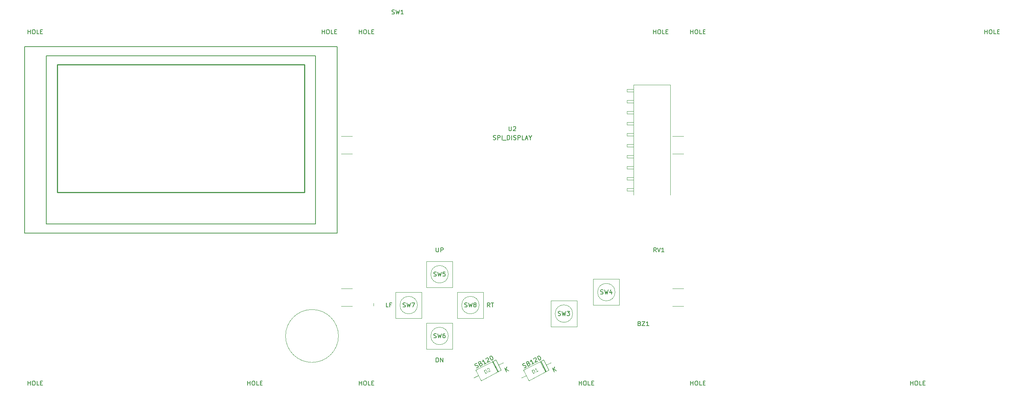
<source format=gbr>
G04 #@! TF.GenerationSoftware,KiCad,Pcbnew,(5.1.9-0-10_14)*
G04 #@! TF.CreationDate,2021-11-21T11:40:05-08:00*
G04 #@! TF.ProjectId,system,73797374-656d-42e6-9b69-6361645f7063,1.0-dev7*
G04 #@! TF.SameCoordinates,Original*
G04 #@! TF.FileFunction,Other,Fab,Top*
%FSLAX46Y46*%
G04 Gerber Fmt 4.6, Leading zero omitted, Abs format (unit mm)*
G04 Created by KiCad (PCBNEW (5.1.9-0-10_14)) date 2021-11-21 11:40:05*
%MOMM*%
%LPD*%
G01*
G04 APERTURE LIST*
%ADD10C,0.100000*%
%ADD11C,0.150000*%
%ADD12C,0.250000*%
%ADD13C,0.200000*%
%ADD14C,0.120000*%
G04 APERTURE END LIST*
D10*
X179165000Y-129286000D02*
X176625000Y-129286000D01*
X179165000Y-133350000D02*
X176625000Y-133350000D01*
X179165000Y-94107000D02*
X176625000Y-94107000D01*
X179165000Y-98171000D02*
X176625000Y-98171000D01*
X100235000Y-98171000D02*
X102775000Y-98171000D01*
X100235000Y-94107000D02*
X102775000Y-94107000D01*
X100235000Y-133350000D02*
X102775000Y-133350000D01*
X100235000Y-129286000D02*
X102775000Y-129286000D01*
X107696000Y-132669000D02*
X107696000Y-133269000D01*
X167636000Y-100076000D02*
X167640000Y-82296000D01*
X176146000Y-82296000D02*
X176146000Y-100076000D01*
X166116000Y-96566000D02*
X167636000Y-96566000D01*
X167636000Y-95966000D02*
X166116000Y-95966000D01*
X166116000Y-95966000D02*
X166116000Y-96566000D01*
X166116000Y-94026000D02*
X167636000Y-94026000D01*
X167636000Y-93426000D02*
X166116000Y-93426000D01*
X166116000Y-93426000D02*
X166116000Y-94026000D01*
X166116000Y-91486000D02*
X167636000Y-91486000D01*
X167636000Y-90886000D02*
X166116000Y-90886000D01*
X166116000Y-90886000D02*
X166116000Y-91486000D01*
X166116000Y-88946000D02*
X167636000Y-88946000D01*
X167636000Y-88346000D02*
X166116000Y-88346000D01*
X166116000Y-88346000D02*
X166116000Y-88946000D01*
X176146000Y-82296000D02*
X167640000Y-82296000D01*
X166116000Y-99106000D02*
X167636000Y-99106000D01*
X167636000Y-98506000D02*
X166116000Y-98506000D01*
X166116000Y-98506000D02*
X166116000Y-99106000D01*
X167636000Y-85806000D02*
X166116000Y-85806000D01*
X166116000Y-86406000D02*
X167636000Y-86406000D01*
X166116000Y-85806000D02*
X166116000Y-86406000D01*
X167636000Y-101046000D02*
X166116000Y-101046000D01*
X166116000Y-101646000D02*
X167636000Y-101646000D01*
X166116000Y-101046000D02*
X166116000Y-101646000D01*
X166116000Y-106126000D02*
X166116000Y-106726000D01*
X176146000Y-100076000D02*
X176146000Y-107696000D01*
X167636000Y-107696000D02*
X167636000Y-101046000D01*
X167640000Y-100076000D02*
X167636000Y-101046000D01*
X166116000Y-106726000D02*
X167636000Y-106726000D01*
X167636000Y-106126000D02*
X166116000Y-106126000D01*
X167636000Y-103586000D02*
X166116000Y-103586000D01*
X166116000Y-103586000D02*
X166116000Y-104186000D01*
X166116000Y-104186000D02*
X167636000Y-104186000D01*
X167636000Y-83266000D02*
X166116000Y-83266000D01*
X166116000Y-83266000D02*
X166116000Y-83866000D01*
X166116000Y-83866000D02*
X167636000Y-83866000D01*
X148140078Y-148097656D02*
X146893356Y-145702727D01*
X146893356Y-145702727D02*
X142280900Y-148103820D01*
X142280900Y-148103820D02*
X143527621Y-150498749D01*
X143527621Y-150498749D02*
X148140078Y-148097656D01*
X148590000Y-146341476D02*
X147516717Y-146900192D01*
X141830977Y-149860000D02*
X142904261Y-149301285D01*
X147448209Y-148457820D02*
X146201488Y-146062891D01*
X147359508Y-148503995D02*
X146112787Y-146109066D01*
X147536910Y-148411646D02*
X146290189Y-146016716D01*
X137119101Y-148097656D02*
X135872379Y-145702727D01*
X135872379Y-145702727D02*
X131259923Y-148103820D01*
X131259923Y-148103820D02*
X132506644Y-150498749D01*
X132506644Y-150498749D02*
X137119101Y-148097656D01*
X137569023Y-146341476D02*
X136495740Y-146900192D01*
X130810000Y-149860000D02*
X131883284Y-149301285D01*
X136427232Y-148457820D02*
X135180511Y-146062891D01*
X136338531Y-148503995D02*
X135091810Y-146109066D01*
X136515933Y-148411646D02*
X135269212Y-146016716D01*
D11*
X27309500Y-73496000D02*
X99309500Y-73496000D01*
X27309500Y-116496000D02*
X99309500Y-116496000D01*
X99309500Y-73496000D02*
X99309500Y-116496000D01*
X27309500Y-73496000D02*
X27309500Y-116496000D01*
D12*
X34809500Y-77596000D02*
X91809500Y-77596000D01*
X34809500Y-107096000D02*
X91809500Y-107096000D01*
D13*
X32309500Y-75596000D02*
X94309500Y-75596000D01*
X32309500Y-75596000D02*
X32309500Y-114396000D01*
X94309500Y-75596000D02*
X94309500Y-114396000D01*
X32309500Y-114396000D02*
X94309500Y-114396000D01*
D12*
X34809500Y-77596000D02*
X34809500Y-107096000D01*
X91809500Y-77596000D02*
X91809500Y-107096000D01*
D14*
X99635500Y-140208000D02*
G75*
G03*
X99635500Y-140208000I-6100000J0D01*
G01*
D10*
X148602000Y-135053000D02*
X148602000Y-132053000D01*
X148602000Y-132053000D02*
X154602000Y-132053000D01*
X154602000Y-132053000D02*
X154602000Y-138053000D01*
X154602000Y-138053000D02*
X148602000Y-138053000D01*
X148602000Y-138053000D02*
X148602000Y-135053000D01*
X153617564Y-135053000D02*
G75*
G03*
X153617564Y-135053000I-2015564J0D01*
G01*
X158381000Y-130100000D02*
X158381000Y-127100000D01*
X158381000Y-127100000D02*
X164381000Y-127100000D01*
X164381000Y-127100000D02*
X164381000Y-133100000D01*
X164381000Y-133100000D02*
X158381000Y-133100000D01*
X158381000Y-133100000D02*
X158381000Y-130100000D01*
X163396564Y-130100000D02*
G75*
G03*
X163396564Y-130100000I-2015564J0D01*
G01*
X119936000Y-125984000D02*
X119936000Y-122984000D01*
X119936000Y-122984000D02*
X125936000Y-122984000D01*
X125936000Y-122984000D02*
X125936000Y-128984000D01*
X125936000Y-128984000D02*
X119936000Y-128984000D01*
X119936000Y-128984000D02*
X119936000Y-125984000D01*
X124951564Y-125984000D02*
G75*
G03*
X124951564Y-125984000I-2015564J0D01*
G01*
X125936000Y-140208000D02*
X125936000Y-143208000D01*
X125936000Y-143208000D02*
X119936000Y-143208000D01*
X119936000Y-143208000D02*
X119936000Y-137208000D01*
X119936000Y-137208000D02*
X125936000Y-137208000D01*
X125936000Y-137208000D02*
X125936000Y-140208000D01*
X124951564Y-140208000D02*
G75*
G03*
X124951564Y-140208000I-2015564J0D01*
G01*
X112824000Y-133096000D02*
X112824000Y-130096000D01*
X112824000Y-130096000D02*
X118824000Y-130096000D01*
X118824000Y-130096000D02*
X118824000Y-136096000D01*
X118824000Y-136096000D02*
X112824000Y-136096000D01*
X112824000Y-136096000D02*
X112824000Y-133096000D01*
X117839564Y-133096000D02*
G75*
G03*
X117839564Y-133096000I-2015564J0D01*
G01*
X133048000Y-133096000D02*
X133048000Y-136096000D01*
X133048000Y-136096000D02*
X127048000Y-136096000D01*
X127048000Y-136096000D02*
X127048000Y-130096000D01*
X127048000Y-130096000D02*
X133048000Y-130096000D01*
X133048000Y-130096000D02*
X133048000Y-133096000D01*
X132063564Y-133096000D02*
G75*
G03*
X132063564Y-133096000I-2015564J0D01*
G01*
D11*
X142454384Y-147601746D02*
X142603088Y-147578021D01*
X142814281Y-147468080D01*
X142876770Y-147381866D01*
X142897021Y-147317639D01*
X142895284Y-147211174D01*
X142851308Y-147126697D01*
X142765093Y-147064207D01*
X142700866Y-147043957D01*
X142594401Y-147045694D01*
X142403458Y-147091408D01*
X142296993Y-147093145D01*
X142232767Y-147072895D01*
X142146552Y-147010405D01*
X142102576Y-146925928D01*
X142100838Y-146819463D01*
X142121089Y-146755236D01*
X142183578Y-146669022D01*
X142394771Y-146559082D01*
X142543475Y-146535356D01*
X143417185Y-146563695D02*
X143565889Y-146539970D01*
X143630116Y-146560220D01*
X143716330Y-146622709D01*
X143782294Y-146749425D01*
X143784032Y-146855891D01*
X143763781Y-146920117D01*
X143701292Y-147006332D01*
X143363383Y-147182236D01*
X142901635Y-146295225D01*
X143197305Y-146141309D01*
X143303770Y-146139572D01*
X143367997Y-146159822D01*
X143454211Y-146222311D01*
X143498187Y-146306789D01*
X143499925Y-146413254D01*
X143479674Y-146477480D01*
X143417185Y-146563695D01*
X143121515Y-146717611D01*
X144715019Y-146478619D02*
X144208155Y-146742475D01*
X144461587Y-146610547D02*
X143999838Y-145723536D01*
X143981325Y-145894228D01*
X143940824Y-146022682D01*
X143878335Y-146108896D01*
X144635155Y-145500181D02*
X144655406Y-145435955D01*
X144717895Y-145349740D01*
X144929088Y-145239800D01*
X145035553Y-145238062D01*
X145099780Y-145258313D01*
X145185994Y-145320802D01*
X145229971Y-145405279D01*
X145253696Y-145553983D01*
X145010689Y-146324703D01*
X145559791Y-146038859D01*
X145647144Y-144866003D02*
X145731622Y-144822027D01*
X145838087Y-144820290D01*
X145902313Y-144840540D01*
X145988528Y-144903030D01*
X146118719Y-145049996D01*
X146228659Y-145261189D01*
X146274372Y-145452132D01*
X146276110Y-145558597D01*
X146255859Y-145622823D01*
X146193370Y-145709038D01*
X146108893Y-145753014D01*
X146002428Y-145754752D01*
X145938201Y-145734501D01*
X145851986Y-145672012D01*
X145721796Y-145525045D01*
X145611855Y-145313852D01*
X145566142Y-145122910D01*
X145564405Y-145016445D01*
X145584655Y-144952218D01*
X145647144Y-144866003D01*
X149397721Y-148460295D02*
X148935973Y-147573285D01*
X149904585Y-148196439D02*
X149260581Y-147887468D01*
X149442836Y-147309428D02*
X149199829Y-148080148D01*
D14*
X144587735Y-148832928D02*
X144218336Y-148123319D01*
X144387290Y-148035367D01*
X144506253Y-148016386D01*
X144609016Y-148048787D01*
X144677988Y-148098779D01*
X144782140Y-148216352D01*
X144834912Y-148317724D01*
X144871482Y-148470478D01*
X144872872Y-148555651D01*
X144840471Y-148658413D01*
X144756689Y-148744975D01*
X144587735Y-148832928D01*
X145669043Y-148270034D02*
X145263553Y-148481119D01*
X145466298Y-148375576D02*
X145096899Y-147665968D01*
X145082088Y-147802521D01*
X145049688Y-147905284D01*
X144999696Y-147974256D01*
D11*
X131433407Y-147601746D02*
X131582111Y-147578021D01*
X131793304Y-147468080D01*
X131855793Y-147381866D01*
X131876044Y-147317639D01*
X131874307Y-147211174D01*
X131830331Y-147126697D01*
X131744116Y-147064207D01*
X131679889Y-147043957D01*
X131573424Y-147045694D01*
X131382481Y-147091408D01*
X131276016Y-147093145D01*
X131211790Y-147072895D01*
X131125575Y-147010405D01*
X131081599Y-146925928D01*
X131079861Y-146819463D01*
X131100112Y-146755236D01*
X131162601Y-146669022D01*
X131373794Y-146559082D01*
X131522498Y-146535356D01*
X132396208Y-146563695D02*
X132544912Y-146539970D01*
X132609139Y-146560220D01*
X132695353Y-146622709D01*
X132761317Y-146749425D01*
X132763055Y-146855891D01*
X132742804Y-146920117D01*
X132680315Y-147006332D01*
X132342406Y-147182236D01*
X131880658Y-146295225D01*
X132176328Y-146141309D01*
X132282793Y-146139572D01*
X132347020Y-146159822D01*
X132433234Y-146222311D01*
X132477210Y-146306789D01*
X132478948Y-146413254D01*
X132458697Y-146477480D01*
X132396208Y-146563695D01*
X132100538Y-146717611D01*
X133694042Y-146478619D02*
X133187178Y-146742475D01*
X133440610Y-146610547D02*
X132978861Y-145723536D01*
X132960348Y-145894228D01*
X132919847Y-146022682D01*
X132857358Y-146108896D01*
X133614178Y-145500181D02*
X133634429Y-145435955D01*
X133696918Y-145349740D01*
X133908111Y-145239800D01*
X134014576Y-145238062D01*
X134078803Y-145258313D01*
X134165017Y-145320802D01*
X134208994Y-145405279D01*
X134232719Y-145553983D01*
X133989712Y-146324703D01*
X134538814Y-146038859D01*
X134626167Y-144866003D02*
X134710645Y-144822027D01*
X134817110Y-144820290D01*
X134881336Y-144840540D01*
X134967551Y-144903030D01*
X135097742Y-145049996D01*
X135207682Y-145261189D01*
X135253395Y-145452132D01*
X135255133Y-145558597D01*
X135234882Y-145622823D01*
X135172393Y-145709038D01*
X135087916Y-145753014D01*
X134981451Y-145754752D01*
X134917224Y-145734501D01*
X134831009Y-145672012D01*
X134700819Y-145525045D01*
X134590878Y-145313852D01*
X134545165Y-145122910D01*
X134543428Y-145016445D01*
X134563678Y-144952218D01*
X134626167Y-144866003D01*
X138376744Y-148460295D02*
X137914996Y-147573285D01*
X138883608Y-148196439D02*
X138239604Y-147887468D01*
X138421859Y-147309428D02*
X138178852Y-148080148D01*
D14*
X133566758Y-148832928D02*
X133197359Y-148123319D01*
X133366313Y-148035367D01*
X133485276Y-148016386D01*
X133588039Y-148048787D01*
X133657011Y-148098779D01*
X133761163Y-148216352D01*
X133813935Y-148317724D01*
X133850505Y-148470478D01*
X133851895Y-148555651D01*
X133819494Y-148658413D01*
X133735712Y-148744975D01*
X133566758Y-148832928D01*
X133908357Y-147839092D02*
X133924558Y-147787711D01*
X133974549Y-147718739D01*
X134143504Y-147630787D01*
X134228676Y-147629397D01*
X134280057Y-147645597D01*
X134349029Y-147695589D01*
X134384210Y-147763171D01*
X134403190Y-147882134D01*
X134208785Y-148498709D01*
X134648066Y-148270034D01*
D11*
X138938095Y-91908380D02*
X138938095Y-92717904D01*
X138985714Y-92813142D01*
X139033333Y-92860761D01*
X139128571Y-92908380D01*
X139319047Y-92908380D01*
X139414285Y-92860761D01*
X139461904Y-92813142D01*
X139509523Y-92717904D01*
X139509523Y-91908380D01*
X139938095Y-92003619D02*
X139985714Y-91956000D01*
X140080952Y-91908380D01*
X140319047Y-91908380D01*
X140414285Y-91956000D01*
X140461904Y-92003619D01*
X140509523Y-92098857D01*
X140509523Y-92194095D01*
X140461904Y-92336952D01*
X139890476Y-92908380D01*
X140509523Y-92908380D01*
X135319047Y-94900761D02*
X135461904Y-94948380D01*
X135700000Y-94948380D01*
X135795238Y-94900761D01*
X135842857Y-94853142D01*
X135890476Y-94757904D01*
X135890476Y-94662666D01*
X135842857Y-94567428D01*
X135795238Y-94519809D01*
X135700000Y-94472190D01*
X135509523Y-94424571D01*
X135414285Y-94376952D01*
X135366666Y-94329333D01*
X135319047Y-94234095D01*
X135319047Y-94138857D01*
X135366666Y-94043619D01*
X135414285Y-93996000D01*
X135509523Y-93948380D01*
X135747619Y-93948380D01*
X135890476Y-93996000D01*
X136319047Y-94948380D02*
X136319047Y-93948380D01*
X136700000Y-93948380D01*
X136795238Y-93996000D01*
X136842857Y-94043619D01*
X136890476Y-94138857D01*
X136890476Y-94281714D01*
X136842857Y-94376952D01*
X136795238Y-94424571D01*
X136700000Y-94472190D01*
X136319047Y-94472190D01*
X137319047Y-94948380D02*
X137319047Y-93948380D01*
X137557142Y-95043619D02*
X138319047Y-95043619D01*
X138557142Y-94948380D02*
X138557142Y-93948380D01*
X138795238Y-93948380D01*
X138938095Y-93996000D01*
X139033333Y-94091238D01*
X139080952Y-94186476D01*
X139128571Y-94376952D01*
X139128571Y-94519809D01*
X139080952Y-94710285D01*
X139033333Y-94805523D01*
X138938095Y-94900761D01*
X138795238Y-94948380D01*
X138557142Y-94948380D01*
X139557142Y-94948380D02*
X139557142Y-93948380D01*
X139985714Y-94900761D02*
X140128571Y-94948380D01*
X140366666Y-94948380D01*
X140461904Y-94900761D01*
X140509523Y-94853142D01*
X140557142Y-94757904D01*
X140557142Y-94662666D01*
X140509523Y-94567428D01*
X140461904Y-94519809D01*
X140366666Y-94472190D01*
X140176190Y-94424571D01*
X140080952Y-94376952D01*
X140033333Y-94329333D01*
X139985714Y-94234095D01*
X139985714Y-94138857D01*
X140033333Y-94043619D01*
X140080952Y-93996000D01*
X140176190Y-93948380D01*
X140414285Y-93948380D01*
X140557142Y-93996000D01*
X140985714Y-94948380D02*
X140985714Y-93948380D01*
X141366666Y-93948380D01*
X141461904Y-93996000D01*
X141509523Y-94043619D01*
X141557142Y-94138857D01*
X141557142Y-94281714D01*
X141509523Y-94376952D01*
X141461904Y-94424571D01*
X141366666Y-94472190D01*
X140985714Y-94472190D01*
X142461904Y-94948380D02*
X141985714Y-94948380D01*
X141985714Y-93948380D01*
X142747619Y-94662666D02*
X143223809Y-94662666D01*
X142652380Y-94948380D02*
X142985714Y-93948380D01*
X143319047Y-94948380D01*
X143842857Y-94472190D02*
X143842857Y-94948380D01*
X143509523Y-93948380D02*
X143842857Y-94472190D01*
X144176190Y-93948380D01*
X150268666Y-135457761D02*
X150411523Y-135505380D01*
X150649619Y-135505380D01*
X150744857Y-135457761D01*
X150792476Y-135410142D01*
X150840095Y-135314904D01*
X150840095Y-135219666D01*
X150792476Y-135124428D01*
X150744857Y-135076809D01*
X150649619Y-135029190D01*
X150459142Y-134981571D01*
X150363904Y-134933952D01*
X150316285Y-134886333D01*
X150268666Y-134791095D01*
X150268666Y-134695857D01*
X150316285Y-134600619D01*
X150363904Y-134553000D01*
X150459142Y-134505380D01*
X150697238Y-134505380D01*
X150840095Y-134553000D01*
X151173428Y-134505380D02*
X151411523Y-135505380D01*
X151602000Y-134791095D01*
X151792476Y-135505380D01*
X152030571Y-134505380D01*
X152316285Y-134505380D02*
X152935333Y-134505380D01*
X152602000Y-134886333D01*
X152744857Y-134886333D01*
X152840095Y-134933952D01*
X152887714Y-134981571D01*
X152935333Y-135076809D01*
X152935333Y-135314904D01*
X152887714Y-135410142D01*
X152840095Y-135457761D01*
X152744857Y-135505380D01*
X152459142Y-135505380D01*
X152363904Y-135457761D01*
X152316285Y-135410142D01*
X160047666Y-130504761D02*
X160190523Y-130552380D01*
X160428619Y-130552380D01*
X160523857Y-130504761D01*
X160571476Y-130457142D01*
X160619095Y-130361904D01*
X160619095Y-130266666D01*
X160571476Y-130171428D01*
X160523857Y-130123809D01*
X160428619Y-130076190D01*
X160238142Y-130028571D01*
X160142904Y-129980952D01*
X160095285Y-129933333D01*
X160047666Y-129838095D01*
X160047666Y-129742857D01*
X160095285Y-129647619D01*
X160142904Y-129600000D01*
X160238142Y-129552380D01*
X160476238Y-129552380D01*
X160619095Y-129600000D01*
X160952428Y-129552380D02*
X161190523Y-130552380D01*
X161381000Y-129838095D01*
X161571476Y-130552380D01*
X161809571Y-129552380D01*
X162619095Y-129885714D02*
X162619095Y-130552380D01*
X162381000Y-129504761D02*
X162142904Y-130219047D01*
X162761952Y-130219047D01*
X122150285Y-119848380D02*
X122150285Y-120657904D01*
X122197904Y-120753142D01*
X122245523Y-120800761D01*
X122340761Y-120848380D01*
X122531238Y-120848380D01*
X122626476Y-120800761D01*
X122674095Y-120753142D01*
X122721714Y-120657904D01*
X122721714Y-119848380D01*
X123197904Y-120848380D02*
X123197904Y-119848380D01*
X123578857Y-119848380D01*
X123674095Y-119896000D01*
X123721714Y-119943619D01*
X123769333Y-120038857D01*
X123769333Y-120181714D01*
X123721714Y-120276952D01*
X123674095Y-120324571D01*
X123578857Y-120372190D01*
X123197904Y-120372190D01*
X121602666Y-126388761D02*
X121745523Y-126436380D01*
X121983619Y-126436380D01*
X122078857Y-126388761D01*
X122126476Y-126341142D01*
X122174095Y-126245904D01*
X122174095Y-126150666D01*
X122126476Y-126055428D01*
X122078857Y-126007809D01*
X121983619Y-125960190D01*
X121793142Y-125912571D01*
X121697904Y-125864952D01*
X121650285Y-125817333D01*
X121602666Y-125722095D01*
X121602666Y-125626857D01*
X121650285Y-125531619D01*
X121697904Y-125484000D01*
X121793142Y-125436380D01*
X122031238Y-125436380D01*
X122174095Y-125484000D01*
X122507428Y-125436380D02*
X122745523Y-126436380D01*
X122936000Y-125722095D01*
X123126476Y-126436380D01*
X123364571Y-125436380D01*
X124221714Y-125436380D02*
X123745523Y-125436380D01*
X123697904Y-125912571D01*
X123745523Y-125864952D01*
X123840761Y-125817333D01*
X124078857Y-125817333D01*
X124174095Y-125864952D01*
X124221714Y-125912571D01*
X124269333Y-126007809D01*
X124269333Y-126245904D01*
X124221714Y-126341142D01*
X124174095Y-126388761D01*
X124078857Y-126436380D01*
X123840761Y-126436380D01*
X123745523Y-126388761D01*
X123697904Y-126341142D01*
X122150285Y-146248380D02*
X122150285Y-145248380D01*
X122388380Y-145248380D01*
X122531238Y-145296000D01*
X122626476Y-145391238D01*
X122674095Y-145486476D01*
X122721714Y-145676952D01*
X122721714Y-145819809D01*
X122674095Y-146010285D01*
X122626476Y-146105523D01*
X122531238Y-146200761D01*
X122388380Y-146248380D01*
X122150285Y-146248380D01*
X123150285Y-146248380D02*
X123150285Y-145248380D01*
X123721714Y-146248380D01*
X123721714Y-145248380D01*
X121602666Y-140612761D02*
X121745523Y-140660380D01*
X121983619Y-140660380D01*
X122078857Y-140612761D01*
X122126476Y-140565142D01*
X122174095Y-140469904D01*
X122174095Y-140374666D01*
X122126476Y-140279428D01*
X122078857Y-140231809D01*
X121983619Y-140184190D01*
X121793142Y-140136571D01*
X121697904Y-140088952D01*
X121650285Y-140041333D01*
X121602666Y-139946095D01*
X121602666Y-139850857D01*
X121650285Y-139755619D01*
X121697904Y-139708000D01*
X121793142Y-139660380D01*
X122031238Y-139660380D01*
X122174095Y-139708000D01*
X122507428Y-139660380D02*
X122745523Y-140660380D01*
X122936000Y-139946095D01*
X123126476Y-140660380D01*
X123364571Y-139660380D01*
X124174095Y-139660380D02*
X123983619Y-139660380D01*
X123888380Y-139708000D01*
X123840761Y-139755619D01*
X123745523Y-139898476D01*
X123697904Y-140088952D01*
X123697904Y-140469904D01*
X123745523Y-140565142D01*
X123793142Y-140612761D01*
X123888380Y-140660380D01*
X124078857Y-140660380D01*
X124174095Y-140612761D01*
X124221714Y-140565142D01*
X124269333Y-140469904D01*
X124269333Y-140231809D01*
X124221714Y-140136571D01*
X124174095Y-140088952D01*
X124078857Y-140041333D01*
X123888380Y-140041333D01*
X123793142Y-140088952D01*
X123745523Y-140136571D01*
X123697904Y-140231809D01*
X111132952Y-133548380D02*
X110656761Y-133548380D01*
X110656761Y-132548380D01*
X111799619Y-133024571D02*
X111466285Y-133024571D01*
X111466285Y-133548380D02*
X111466285Y-132548380D01*
X111942476Y-132548380D01*
X114490666Y-133500761D02*
X114633523Y-133548380D01*
X114871619Y-133548380D01*
X114966857Y-133500761D01*
X115014476Y-133453142D01*
X115062095Y-133357904D01*
X115062095Y-133262666D01*
X115014476Y-133167428D01*
X114966857Y-133119809D01*
X114871619Y-133072190D01*
X114681142Y-133024571D01*
X114585904Y-132976952D01*
X114538285Y-132929333D01*
X114490666Y-132834095D01*
X114490666Y-132738857D01*
X114538285Y-132643619D01*
X114585904Y-132596000D01*
X114681142Y-132548380D01*
X114919238Y-132548380D01*
X115062095Y-132596000D01*
X115395428Y-132548380D02*
X115633523Y-133548380D01*
X115824000Y-132834095D01*
X116014476Y-133548380D01*
X116252571Y-132548380D01*
X116538285Y-132548380D02*
X117204952Y-132548380D01*
X116776380Y-133548380D01*
X134548571Y-133548380D02*
X134215238Y-133072190D01*
X133977142Y-133548380D02*
X133977142Y-132548380D01*
X134358095Y-132548380D01*
X134453333Y-132596000D01*
X134500952Y-132643619D01*
X134548571Y-132738857D01*
X134548571Y-132881714D01*
X134500952Y-132976952D01*
X134453333Y-133024571D01*
X134358095Y-133072190D01*
X133977142Y-133072190D01*
X134834285Y-132548380D02*
X135405714Y-132548380D01*
X135120000Y-133548380D02*
X135120000Y-132548380D01*
X128714666Y-133500761D02*
X128857523Y-133548380D01*
X129095619Y-133548380D01*
X129190857Y-133500761D01*
X129238476Y-133453142D01*
X129286095Y-133357904D01*
X129286095Y-133262666D01*
X129238476Y-133167428D01*
X129190857Y-133119809D01*
X129095619Y-133072190D01*
X128905142Y-133024571D01*
X128809904Y-132976952D01*
X128762285Y-132929333D01*
X128714666Y-132834095D01*
X128714666Y-132738857D01*
X128762285Y-132643619D01*
X128809904Y-132596000D01*
X128905142Y-132548380D01*
X129143238Y-132548380D01*
X129286095Y-132596000D01*
X129619428Y-132548380D02*
X129857523Y-133548380D01*
X130048000Y-132834095D01*
X130238476Y-133548380D01*
X130476571Y-132548380D01*
X131000380Y-132976952D02*
X130905142Y-132929333D01*
X130857523Y-132881714D01*
X130809904Y-132786476D01*
X130809904Y-132738857D01*
X130857523Y-132643619D01*
X130905142Y-132596000D01*
X131000380Y-132548380D01*
X131190857Y-132548380D01*
X131286095Y-132596000D01*
X131333714Y-132643619D01*
X131381333Y-132738857D01*
X131381333Y-132786476D01*
X131333714Y-132881714D01*
X131286095Y-132929333D01*
X131190857Y-132976952D01*
X131000380Y-132976952D01*
X130905142Y-133024571D01*
X130857523Y-133072190D01*
X130809904Y-133167428D01*
X130809904Y-133357904D01*
X130857523Y-133453142D01*
X130905142Y-133500761D01*
X131000380Y-133548380D01*
X131190857Y-133548380D01*
X131286095Y-133500761D01*
X131333714Y-133453142D01*
X131381333Y-133357904D01*
X131381333Y-133167428D01*
X131333714Y-133072190D01*
X131286095Y-133024571D01*
X131190857Y-132976952D01*
X248632833Y-70556380D02*
X248632833Y-69556380D01*
X248632833Y-70032571D02*
X249204261Y-70032571D01*
X249204261Y-70556380D02*
X249204261Y-69556380D01*
X249870928Y-69556380D02*
X250061404Y-69556380D01*
X250156642Y-69604000D01*
X250251880Y-69699238D01*
X250299500Y-69889714D01*
X250299500Y-70223047D01*
X250251880Y-70413523D01*
X250156642Y-70508761D01*
X250061404Y-70556380D01*
X249870928Y-70556380D01*
X249775690Y-70508761D01*
X249680452Y-70413523D01*
X249632833Y-70223047D01*
X249632833Y-69889714D01*
X249680452Y-69699238D01*
X249775690Y-69604000D01*
X249870928Y-69556380D01*
X251204261Y-70556380D02*
X250728071Y-70556380D01*
X250728071Y-69556380D01*
X251537595Y-70032571D02*
X251870928Y-70032571D01*
X252013785Y-70556380D02*
X251537595Y-70556380D01*
X251537595Y-69556380D01*
X252013785Y-69556380D01*
X231487833Y-151582380D02*
X231487833Y-150582380D01*
X231487833Y-151058571D02*
X232059261Y-151058571D01*
X232059261Y-151582380D02*
X232059261Y-150582380D01*
X232725928Y-150582380D02*
X232916404Y-150582380D01*
X233011642Y-150630000D01*
X233106880Y-150725238D01*
X233154500Y-150915714D01*
X233154500Y-151249047D01*
X233106880Y-151439523D01*
X233011642Y-151534761D01*
X232916404Y-151582380D01*
X232725928Y-151582380D01*
X232630690Y-151534761D01*
X232535452Y-151439523D01*
X232487833Y-151249047D01*
X232487833Y-150915714D01*
X232535452Y-150725238D01*
X232630690Y-150630000D01*
X232725928Y-150582380D01*
X234059261Y-151582380D02*
X233583071Y-151582380D01*
X233583071Y-150582380D01*
X234392595Y-151058571D02*
X234725928Y-151058571D01*
X234868785Y-151582380D02*
X234392595Y-151582380D01*
X234392595Y-150582380D01*
X234868785Y-150582380D01*
X180814833Y-70556380D02*
X180814833Y-69556380D01*
X180814833Y-70032571D02*
X181386261Y-70032571D01*
X181386261Y-70556380D02*
X181386261Y-69556380D01*
X182052928Y-69556380D02*
X182243404Y-69556380D01*
X182338642Y-69604000D01*
X182433880Y-69699238D01*
X182481500Y-69889714D01*
X182481500Y-70223047D01*
X182433880Y-70413523D01*
X182338642Y-70508761D01*
X182243404Y-70556380D01*
X182052928Y-70556380D01*
X181957690Y-70508761D01*
X181862452Y-70413523D01*
X181814833Y-70223047D01*
X181814833Y-69889714D01*
X181862452Y-69699238D01*
X181957690Y-69604000D01*
X182052928Y-69556380D01*
X183386261Y-70556380D02*
X182910071Y-70556380D01*
X182910071Y-69556380D01*
X183719595Y-70032571D02*
X184052928Y-70032571D01*
X184195785Y-70556380D02*
X183719595Y-70556380D01*
X183719595Y-69556380D01*
X184195785Y-69556380D01*
X180814833Y-151582380D02*
X180814833Y-150582380D01*
X180814833Y-151058571D02*
X181386261Y-151058571D01*
X181386261Y-151582380D02*
X181386261Y-150582380D01*
X182052928Y-150582380D02*
X182243404Y-150582380D01*
X182338642Y-150630000D01*
X182433880Y-150725238D01*
X182481500Y-150915714D01*
X182481500Y-151249047D01*
X182433880Y-151439523D01*
X182338642Y-151534761D01*
X182243404Y-151582380D01*
X182052928Y-151582380D01*
X181957690Y-151534761D01*
X181862452Y-151439523D01*
X181814833Y-151249047D01*
X181814833Y-150915714D01*
X181862452Y-150725238D01*
X181957690Y-150630000D01*
X182052928Y-150582380D01*
X183386261Y-151582380D02*
X182910071Y-151582380D01*
X182910071Y-150582380D01*
X183719595Y-151058571D02*
X184052928Y-151058571D01*
X184195785Y-151582380D02*
X183719595Y-151582380D01*
X183719595Y-150582380D01*
X184195785Y-150582380D01*
X172886761Y-120848380D02*
X172553428Y-120372190D01*
X172315333Y-120848380D02*
X172315333Y-119848380D01*
X172696285Y-119848380D01*
X172791523Y-119896000D01*
X172839142Y-119943619D01*
X172886761Y-120038857D01*
X172886761Y-120181714D01*
X172839142Y-120276952D01*
X172791523Y-120324571D01*
X172696285Y-120372190D01*
X172315333Y-120372190D01*
X173172476Y-119848380D02*
X173505809Y-120848380D01*
X173839142Y-119848380D01*
X174696285Y-120848380D02*
X174124857Y-120848380D01*
X174410571Y-120848380D02*
X174410571Y-119848380D01*
X174315333Y-119991238D01*
X174220095Y-120086476D01*
X174124857Y-120134095D01*
X95851833Y-70556380D02*
X95851833Y-69556380D01*
X95851833Y-70032571D02*
X96423261Y-70032571D01*
X96423261Y-70556380D02*
X96423261Y-69556380D01*
X97089928Y-69556380D02*
X97280404Y-69556380D01*
X97375642Y-69604000D01*
X97470880Y-69699238D01*
X97518500Y-69889714D01*
X97518500Y-70223047D01*
X97470880Y-70413523D01*
X97375642Y-70508761D01*
X97280404Y-70556380D01*
X97089928Y-70556380D01*
X96994690Y-70508761D01*
X96899452Y-70413523D01*
X96851833Y-70223047D01*
X96851833Y-69889714D01*
X96899452Y-69699238D01*
X96994690Y-69604000D01*
X97089928Y-69556380D01*
X98423261Y-70556380D02*
X97947071Y-70556380D01*
X97947071Y-69556380D01*
X98756595Y-70032571D02*
X99089928Y-70032571D01*
X99232785Y-70556380D02*
X98756595Y-70556380D01*
X98756595Y-69556380D01*
X99232785Y-69556380D01*
X78706833Y-151582380D02*
X78706833Y-150582380D01*
X78706833Y-151058571D02*
X79278261Y-151058571D01*
X79278261Y-151582380D02*
X79278261Y-150582380D01*
X79944928Y-150582380D02*
X80135404Y-150582380D01*
X80230642Y-150630000D01*
X80325880Y-150725238D01*
X80373500Y-150915714D01*
X80373500Y-151249047D01*
X80325880Y-151439523D01*
X80230642Y-151534761D01*
X80135404Y-151582380D01*
X79944928Y-151582380D01*
X79849690Y-151534761D01*
X79754452Y-151439523D01*
X79706833Y-151249047D01*
X79706833Y-150915714D01*
X79754452Y-150725238D01*
X79849690Y-150630000D01*
X79944928Y-150582380D01*
X81278261Y-151582380D02*
X80802071Y-151582380D01*
X80802071Y-150582380D01*
X81611595Y-151058571D02*
X81944928Y-151058571D01*
X82087785Y-151582380D02*
X81611595Y-151582380D01*
X81611595Y-150582380D01*
X82087785Y-150582380D01*
X28033833Y-70556380D02*
X28033833Y-69556380D01*
X28033833Y-70032571D02*
X28605261Y-70032571D01*
X28605261Y-70556380D02*
X28605261Y-69556380D01*
X29271928Y-69556380D02*
X29462404Y-69556380D01*
X29557642Y-69604000D01*
X29652880Y-69699238D01*
X29700500Y-69889714D01*
X29700500Y-70223047D01*
X29652880Y-70413523D01*
X29557642Y-70508761D01*
X29462404Y-70556380D01*
X29271928Y-70556380D01*
X29176690Y-70508761D01*
X29081452Y-70413523D01*
X29033833Y-70223047D01*
X29033833Y-69889714D01*
X29081452Y-69699238D01*
X29176690Y-69604000D01*
X29271928Y-69556380D01*
X30605261Y-70556380D02*
X30129071Y-70556380D01*
X30129071Y-69556380D01*
X30938595Y-70032571D02*
X31271928Y-70032571D01*
X31414785Y-70556380D02*
X30938595Y-70556380D01*
X30938595Y-69556380D01*
X31414785Y-69556380D01*
X28033833Y-151582380D02*
X28033833Y-150582380D01*
X28033833Y-151058571D02*
X28605261Y-151058571D01*
X28605261Y-151582380D02*
X28605261Y-150582380D01*
X29271928Y-150582380D02*
X29462404Y-150582380D01*
X29557642Y-150630000D01*
X29652880Y-150725238D01*
X29700500Y-150915714D01*
X29700500Y-151249047D01*
X29652880Y-151439523D01*
X29557642Y-151534761D01*
X29462404Y-151582380D01*
X29271928Y-151582380D01*
X29176690Y-151534761D01*
X29081452Y-151439523D01*
X29033833Y-151249047D01*
X29033833Y-150915714D01*
X29081452Y-150725238D01*
X29176690Y-150630000D01*
X29271928Y-150582380D01*
X30605261Y-151582380D02*
X30129071Y-151582380D01*
X30129071Y-150582380D01*
X30938595Y-151058571D02*
X31271928Y-151058571D01*
X31414785Y-151582380D02*
X30938595Y-151582380D01*
X30938595Y-150582380D01*
X31414785Y-150582380D01*
X104424333Y-151582380D02*
X104424333Y-150582380D01*
X104424333Y-151058571D02*
X104995761Y-151058571D01*
X104995761Y-151582380D02*
X104995761Y-150582380D01*
X105662428Y-150582380D02*
X105852904Y-150582380D01*
X105948142Y-150630000D01*
X106043380Y-150725238D01*
X106091000Y-150915714D01*
X106091000Y-151249047D01*
X106043380Y-151439523D01*
X105948142Y-151534761D01*
X105852904Y-151582380D01*
X105662428Y-151582380D01*
X105567190Y-151534761D01*
X105471952Y-151439523D01*
X105424333Y-151249047D01*
X105424333Y-150915714D01*
X105471952Y-150725238D01*
X105567190Y-150630000D01*
X105662428Y-150582380D01*
X106995761Y-151582380D02*
X106519571Y-151582380D01*
X106519571Y-150582380D01*
X107329095Y-151058571D02*
X107662428Y-151058571D01*
X107805285Y-151582380D02*
X107329095Y-151582380D01*
X107329095Y-150582380D01*
X107805285Y-150582380D01*
X104424333Y-70556380D02*
X104424333Y-69556380D01*
X104424333Y-70032571D02*
X104995761Y-70032571D01*
X104995761Y-70556380D02*
X104995761Y-69556380D01*
X105662428Y-69556380D02*
X105852904Y-69556380D01*
X105948142Y-69604000D01*
X106043380Y-69699238D01*
X106091000Y-69889714D01*
X106091000Y-70223047D01*
X106043380Y-70413523D01*
X105948142Y-70508761D01*
X105852904Y-70556380D01*
X105662428Y-70556380D01*
X105567190Y-70508761D01*
X105471952Y-70413523D01*
X105424333Y-70223047D01*
X105424333Y-69889714D01*
X105471952Y-69699238D01*
X105567190Y-69604000D01*
X105662428Y-69556380D01*
X106995761Y-70556380D02*
X106519571Y-70556380D01*
X106519571Y-69556380D01*
X107329095Y-70032571D02*
X107662428Y-70032571D01*
X107805285Y-70556380D02*
X107329095Y-70556380D01*
X107329095Y-69556380D01*
X107805285Y-69556380D01*
X155097333Y-151582380D02*
X155097333Y-150582380D01*
X155097333Y-151058571D02*
X155668761Y-151058571D01*
X155668761Y-151582380D02*
X155668761Y-150582380D01*
X156335428Y-150582380D02*
X156525904Y-150582380D01*
X156621142Y-150630000D01*
X156716380Y-150725238D01*
X156764000Y-150915714D01*
X156764000Y-151249047D01*
X156716380Y-151439523D01*
X156621142Y-151534761D01*
X156525904Y-151582380D01*
X156335428Y-151582380D01*
X156240190Y-151534761D01*
X156144952Y-151439523D01*
X156097333Y-151249047D01*
X156097333Y-150915714D01*
X156144952Y-150725238D01*
X156240190Y-150630000D01*
X156335428Y-150582380D01*
X157668761Y-151582380D02*
X157192571Y-151582380D01*
X157192571Y-150582380D01*
X158002095Y-151058571D02*
X158335428Y-151058571D01*
X158478285Y-151582380D02*
X158002095Y-151582380D01*
X158002095Y-150582380D01*
X158478285Y-150582380D01*
X172242333Y-70556380D02*
X172242333Y-69556380D01*
X172242333Y-70032571D02*
X172813761Y-70032571D01*
X172813761Y-70556380D02*
X172813761Y-69556380D01*
X173480428Y-69556380D02*
X173670904Y-69556380D01*
X173766142Y-69604000D01*
X173861380Y-69699238D01*
X173909000Y-69889714D01*
X173909000Y-70223047D01*
X173861380Y-70413523D01*
X173766142Y-70508761D01*
X173670904Y-70556380D01*
X173480428Y-70556380D01*
X173385190Y-70508761D01*
X173289952Y-70413523D01*
X173242333Y-70223047D01*
X173242333Y-69889714D01*
X173289952Y-69699238D01*
X173385190Y-69604000D01*
X173480428Y-69556380D01*
X174813761Y-70556380D02*
X174337571Y-70556380D01*
X174337571Y-69556380D01*
X175147095Y-70032571D02*
X175480428Y-70032571D01*
X175623285Y-70556380D02*
X175147095Y-70556380D01*
X175147095Y-69556380D01*
X175623285Y-69556380D01*
X169045047Y-137342571D02*
X169187904Y-137390190D01*
X169235523Y-137437809D01*
X169283142Y-137533047D01*
X169283142Y-137675904D01*
X169235523Y-137771142D01*
X169187904Y-137818761D01*
X169092666Y-137866380D01*
X168711714Y-137866380D01*
X168711714Y-136866380D01*
X169045047Y-136866380D01*
X169140285Y-136914000D01*
X169187904Y-136961619D01*
X169235523Y-137056857D01*
X169235523Y-137152095D01*
X169187904Y-137247333D01*
X169140285Y-137294952D01*
X169045047Y-137342571D01*
X168711714Y-137342571D01*
X169616476Y-136866380D02*
X170283142Y-136866380D01*
X169616476Y-137866380D01*
X170283142Y-137866380D01*
X171187904Y-137866380D02*
X170616476Y-137866380D01*
X170902190Y-137866380D02*
X170902190Y-136866380D01*
X170806952Y-137009238D01*
X170711714Y-137104476D01*
X170616476Y-137152095D01*
X111950666Y-65936761D02*
X112093523Y-65984380D01*
X112331619Y-65984380D01*
X112426857Y-65936761D01*
X112474476Y-65889142D01*
X112522095Y-65793904D01*
X112522095Y-65698666D01*
X112474476Y-65603428D01*
X112426857Y-65555809D01*
X112331619Y-65508190D01*
X112141142Y-65460571D01*
X112045904Y-65412952D01*
X111998285Y-65365333D01*
X111950666Y-65270095D01*
X111950666Y-65174857D01*
X111998285Y-65079619D01*
X112045904Y-65032000D01*
X112141142Y-64984380D01*
X112379238Y-64984380D01*
X112522095Y-65032000D01*
X112855428Y-64984380D02*
X113093523Y-65984380D01*
X113284000Y-65270095D01*
X113474476Y-65984380D01*
X113712571Y-64984380D01*
X114617333Y-65984380D02*
X114045904Y-65984380D01*
X114331619Y-65984380D02*
X114331619Y-64984380D01*
X114236380Y-65127238D01*
X114141142Y-65222476D01*
X114045904Y-65270095D01*
M02*

</source>
